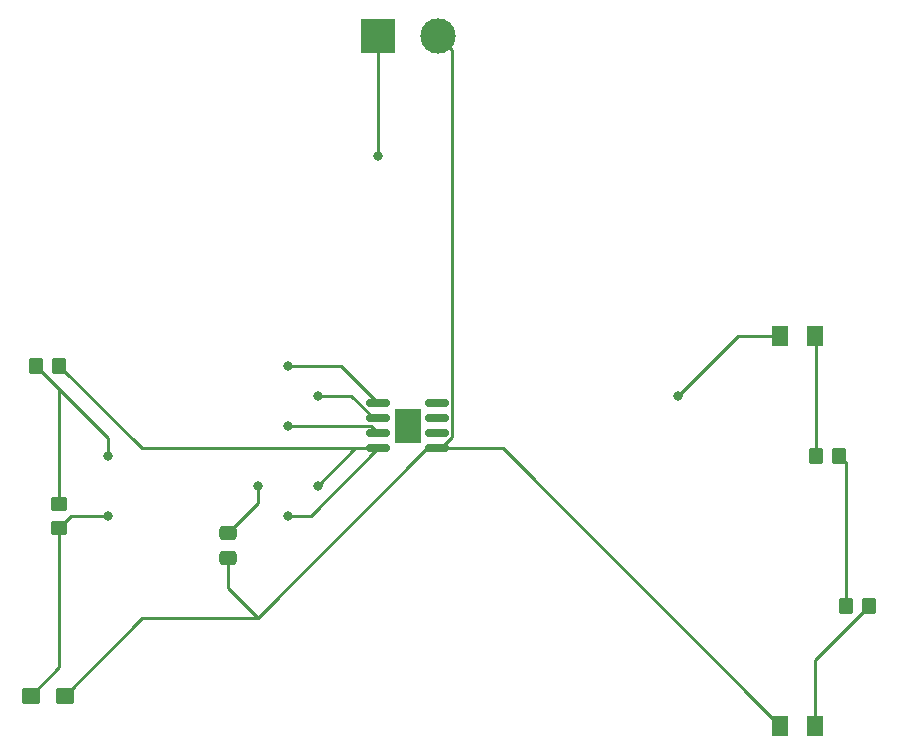
<source format=gbr>
%TF.GenerationSoftware,KiCad,Pcbnew,(6.0.10)*%
%TF.CreationDate,2023-02-16T14:21:37-08:00*%
%TF.ProjectId,project1_2,70726f6a-6563-4743-915f-322e6b696361,rev?*%
%TF.SameCoordinates,Original*%
%TF.FileFunction,Copper,L1,Top*%
%TF.FilePolarity,Positive*%
%FSLAX46Y46*%
G04 Gerber Fmt 4.6, Leading zero omitted, Abs format (unit mm)*
G04 Created by KiCad (PCBNEW (6.0.10)) date 2023-02-16 14:21:37*
%MOMM*%
%LPD*%
G01*
G04 APERTURE LIST*
G04 Aperture macros list*
%AMRoundRect*
0 Rectangle with rounded corners*
0 $1 Rounding radius*
0 $2 $3 $4 $5 $6 $7 $8 $9 X,Y pos of 4 corners*
0 Add a 4 corners polygon primitive as box body*
4,1,4,$2,$3,$4,$5,$6,$7,$8,$9,$2,$3,0*
0 Add four circle primitives for the rounded corners*
1,1,$1+$1,$2,$3*
1,1,$1+$1,$4,$5*
1,1,$1+$1,$6,$7*
1,1,$1+$1,$8,$9*
0 Add four rect primitives between the rounded corners*
20,1,$1+$1,$2,$3,$4,$5,0*
20,1,$1+$1,$4,$5,$6,$7,0*
20,1,$1+$1,$6,$7,$8,$9,0*
20,1,$1+$1,$8,$9,$2,$3,0*%
G04 Aperture macros list end*
%TA.AperFunction,SMDPad,CuDef*%
%ADD10RoundRect,0.250000X-0.475000X0.337500X-0.475000X-0.337500X0.475000X-0.337500X0.475000X0.337500X0*%
%TD*%
%TA.AperFunction,SMDPad,CuDef*%
%ADD11RoundRect,0.250000X-0.350000X-0.450000X0.350000X-0.450000X0.350000X0.450000X-0.350000X0.450000X0*%
%TD*%
%TA.AperFunction,SMDPad,CuDef*%
%ADD12RoundRect,0.150000X0.825000X0.150000X-0.825000X0.150000X-0.825000X-0.150000X0.825000X-0.150000X0*%
%TD*%
%TA.AperFunction,SMDPad,CuDef*%
%ADD13R,2.290000X3.000000*%
%TD*%
%TA.AperFunction,SMDPad,CuDef*%
%ADD14RoundRect,0.250000X-0.537500X-0.425000X0.537500X-0.425000X0.537500X0.425000X-0.537500X0.425000X0*%
%TD*%
%TA.AperFunction,ComponentPad*%
%ADD15R,3.000000X3.000000*%
%TD*%
%TA.AperFunction,ComponentPad*%
%ADD16C,3.000000*%
%TD*%
%TA.AperFunction,SMDPad,CuDef*%
%ADD17RoundRect,0.250000X0.350000X0.450000X-0.350000X0.450000X-0.350000X-0.450000X0.350000X-0.450000X0*%
%TD*%
%TA.AperFunction,SMDPad,CuDef*%
%ADD18RoundRect,0.250001X0.462499X0.624999X-0.462499X0.624999X-0.462499X-0.624999X0.462499X-0.624999X0*%
%TD*%
%TA.AperFunction,SMDPad,CuDef*%
%ADD19RoundRect,0.250000X-0.450000X0.350000X-0.450000X-0.350000X0.450000X-0.350000X0.450000X0.350000X0*%
%TD*%
%TA.AperFunction,SMDPad,CuDef*%
%ADD20RoundRect,0.250001X-0.462499X-0.624999X0.462499X-0.624999X0.462499X0.624999X-0.462499X0.624999X0*%
%TD*%
%TA.AperFunction,ViaPad*%
%ADD21C,0.800000*%
%TD*%
%TA.AperFunction,Conductor*%
%ADD22C,0.250000*%
%TD*%
G04 APERTURE END LIST*
D10*
%TO.P,C2,1*%
%TO.N,Net-(C2-Pad1)*%
X134620000Y-87862500D03*
%TO.P,C2,2*%
%TO.N,GND*%
X134620000Y-89937500D03*
%TD*%
D11*
%TO.P,R3,1*%
%TO.N,Net-(D1-Pad1)*%
X184410000Y-81280000D03*
%TO.P,R3,2*%
%TO.N,Net-(R3-Pad2)*%
X186410000Y-81280000D03*
%TD*%
D12*
%TO.P,U1,1,GND*%
%TO.N,GND*%
X152335000Y-80645000D03*
%TO.P,U1,2,TR*%
%TO.N,unconnected-(U1-Pad2)*%
X152335000Y-79375000D03*
%TO.P,U1,3,Q*%
%TO.N,unconnected-(U1-Pad3)*%
X152335000Y-78105000D03*
%TO.P,U1,4,R*%
%TO.N,unconnected-(U1-Pad4)*%
X152335000Y-76835000D03*
%TO.P,U1,5,CV*%
%TO.N,Net-(C2-Pad1)*%
X147385000Y-76835000D03*
%TO.P,U1,6,THR*%
%TO.N,Net-(C1-Pad1)*%
X147385000Y-78105000D03*
%TO.P,U1,7,DIS*%
%TO.N,Net-(R1-Pad2)*%
X147385000Y-79375000D03*
%TO.P,U1,8,VCC*%
%TO.N,+9V*%
X147385000Y-80645000D03*
D13*
%TO.P,U1,9*%
%TO.N,N/C*%
X149860000Y-78740000D03*
%TD*%
D14*
%TO.P,C1,1*%
%TO.N,Net-(C1-Pad1)*%
X117942500Y-101600000D03*
%TO.P,C1,2*%
%TO.N,GND*%
X120817500Y-101600000D03*
%TD*%
D15*
%TO.P,J1,1,Pin_1*%
%TO.N,+9V*%
X147320000Y-45720000D03*
D16*
%TO.P,J1,2,Pin_2*%
%TO.N,GND*%
X152400000Y-45720000D03*
%TD*%
D17*
%TO.P,R1,1*%
%TO.N,+9V*%
X120380000Y-73660000D03*
%TO.P,R1,2*%
%TO.N,Net-(R1-Pad2)*%
X118380000Y-73660000D03*
%TD*%
D18*
%TO.P,D1,1,K*%
%TO.N,Net-(D1-Pad1)*%
X184367500Y-71120000D03*
%TO.P,D1,2,A*%
%TO.N,+9V*%
X181392500Y-71120000D03*
%TD*%
D19*
%TO.P,R2,1*%
%TO.N,Net-(R1-Pad2)*%
X120380000Y-85360000D03*
%TO.P,R2,2*%
%TO.N,Net-(C1-Pad1)*%
X120380000Y-87360000D03*
%TD*%
D20*
%TO.P,D2,1,K*%
%TO.N,GND*%
X181392500Y-104140000D03*
%TO.P,D2,2,A*%
%TO.N,Net-(D2-Pad2)*%
X184367500Y-104140000D03*
%TD*%
D11*
%TO.P,R4,1*%
%TO.N,Net-(R3-Pad2)*%
X186960000Y-93980000D03*
%TO.P,R4,2*%
%TO.N,Net-(D2-Pad2)*%
X188960000Y-93980000D03*
%TD*%
D21*
%TO.N,Net-(C1-Pad1)*%
X142240000Y-76200000D03*
X124460000Y-86360000D03*
X142240000Y-76200000D03*
%TO.N,Net-(C2-Pad1)*%
X137160000Y-83820000D03*
X139700000Y-73660000D03*
%TO.N,+9V*%
X147320000Y-55880000D03*
X139700000Y-86360000D03*
X142240000Y-83820000D03*
X139700000Y-86360000D03*
X172720000Y-76200000D03*
%TO.N,Net-(R1-Pad2)*%
X139700000Y-78740000D03*
X139700000Y-78740000D03*
X124460000Y-81280000D03*
%TD*%
D22*
%TO.N,Net-(C1-Pad1)*%
X120380000Y-87360000D02*
X121380000Y-86360000D01*
X120380000Y-99162500D02*
X117942500Y-101600000D01*
X120380000Y-87360000D02*
X120380000Y-99162500D01*
X147008249Y-78105000D02*
X145103249Y-76200000D01*
X145103249Y-76200000D02*
X142240000Y-76200000D01*
X147385000Y-78105000D02*
X147008249Y-78105000D01*
X121380000Y-86360000D02*
X124460000Y-86360000D01*
%TO.N,GND*%
X151532500Y-80645000D02*
X137160000Y-95017500D01*
X157897500Y-80645000D02*
X181392500Y-104140000D01*
X152335000Y-80645000D02*
X152711751Y-80645000D01*
X152335000Y-80645000D02*
X157897500Y-80645000D01*
X137160000Y-95017500D02*
X134620000Y-92477500D01*
X153635000Y-79721751D02*
X153635000Y-46955000D01*
X152711751Y-80645000D02*
X153635000Y-79721751D01*
X153635000Y-46955000D02*
X152400000Y-45720000D01*
X152335000Y-80645000D02*
X151532500Y-80645000D01*
X134620000Y-92477500D02*
X134620000Y-89937500D01*
X127400000Y-95017500D02*
X120817500Y-101600000D01*
X137160000Y-95017500D02*
X127400000Y-95017500D01*
%TO.N,Net-(C2-Pad1)*%
X134620000Y-87862500D02*
X137160000Y-85322500D01*
X147385000Y-76835000D02*
X144210000Y-73660000D01*
X144210000Y-73660000D02*
X139700000Y-73660000D01*
X137160000Y-85322500D02*
X137160000Y-83820000D01*
%TO.N,Net-(D1-Pad1)*%
X184410000Y-71162500D02*
X184367500Y-71120000D01*
X184410000Y-81280000D02*
X184410000Y-71162500D01*
%TO.N,+9V*%
X147320000Y-45720000D02*
X147320000Y-55880000D01*
X127365000Y-80645000D02*
X120380000Y-73660000D01*
X181392500Y-71120000D02*
X177800000Y-71120000D01*
X147385000Y-80645000D02*
X127365000Y-80645000D01*
X145415000Y-80645000D02*
X142240000Y-83820000D01*
X177800000Y-71120000D02*
X172720000Y-76200000D01*
X147385000Y-80645000D02*
X145415000Y-80645000D01*
X141670000Y-86360000D02*
X139700000Y-86360000D01*
X147385000Y-80645000D02*
X141670000Y-86360000D01*
%TO.N,Net-(D2-Pad2)*%
X184367500Y-104140000D02*
X184367500Y-98572500D01*
X184367500Y-98572500D02*
X188960000Y-93980000D01*
%TO.N,Net-(R1-Pad2)*%
X120380000Y-75660000D02*
X118380000Y-73660000D01*
X120380000Y-75660000D02*
X124460000Y-79740000D01*
X146750000Y-78740000D02*
X139700000Y-78740000D01*
X147385000Y-79375000D02*
X146750000Y-78740000D01*
X120380000Y-85360000D02*
X120380000Y-75660000D01*
X124460000Y-79740000D02*
X124460000Y-81280000D01*
%TO.N,Net-(R3-Pad2)*%
X186960000Y-93980000D02*
X186960000Y-81830000D01*
X186960000Y-81830000D02*
X186410000Y-81280000D01*
%TD*%
M02*

</source>
